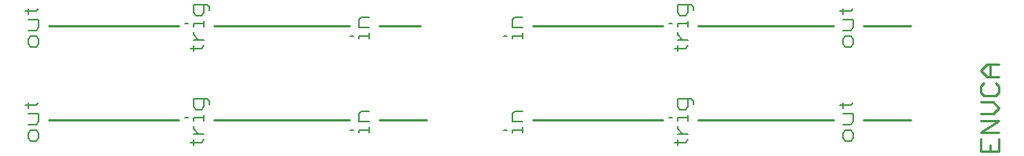
<source format=gto>
G75*
%MOIN*%
%OFA0B0*%
%FSLAX25Y25*%
%IPPOS*%
%LPD*%
%AMOC8*
5,1,8,0,0,1.08239X$1,22.5*
%
%ADD10C,0.00800*%
%ADD11C,0.00900*%
%ADD12C,0.01000*%
D10*
X0177796Y0093253D02*
X0177796Y0095522D01*
X0176662Y0094387D02*
X0181199Y0094387D01*
X0182333Y0095522D01*
X0182333Y0097918D02*
X0177796Y0097918D01*
X0180064Y0097918D02*
X0177796Y0100187D01*
X0177796Y0101321D01*
X0177796Y0103750D02*
X0177796Y0104884D01*
X0182333Y0104884D01*
X0182333Y0103750D02*
X0182333Y0106019D01*
X0181199Y0108415D02*
X0182333Y0109550D01*
X0182333Y0112952D01*
X0183467Y0112952D02*
X0177796Y0112952D01*
X0177796Y0109550D01*
X0178930Y0108415D01*
X0181199Y0108415D01*
X0184602Y0110684D02*
X0184602Y0111818D01*
X0183467Y0112952D01*
X0175527Y0104884D02*
X0174393Y0104884D01*
X0112333Y0106538D02*
X0112333Y0103135D01*
X0111199Y0102000D01*
X0107796Y0102000D01*
X0108930Y0099540D02*
X0107796Y0098405D01*
X0107796Y0096137D01*
X0108930Y0095002D01*
X0111199Y0095002D01*
X0112333Y0096137D01*
X0112333Y0098405D01*
X0111199Y0099540D01*
X0108930Y0099540D01*
X0107796Y0106538D02*
X0112333Y0106538D01*
X0107796Y0108998D02*
X0107796Y0111267D01*
X0106662Y0110133D02*
X0111199Y0110133D01*
X0112333Y0111267D01*
X0177796Y0133253D02*
X0177796Y0135522D01*
X0176662Y0134387D02*
X0181199Y0134387D01*
X0182333Y0135522D01*
X0182333Y0137918D02*
X0177796Y0137918D01*
X0180064Y0137918D02*
X0177796Y0140187D01*
X0177796Y0141321D01*
X0177796Y0143750D02*
X0177796Y0144884D01*
X0182333Y0144884D01*
X0182333Y0143750D02*
X0182333Y0146019D01*
X0181199Y0148415D02*
X0182333Y0149550D01*
X0182333Y0152952D01*
X0183467Y0152952D02*
X0177796Y0152952D01*
X0177796Y0149550D01*
X0178930Y0148415D01*
X0181199Y0148415D01*
X0184602Y0150684D02*
X0184602Y0151818D01*
X0183467Y0152952D01*
X0175527Y0144884D02*
X0174393Y0144884D01*
X0112333Y0146538D02*
X0112333Y0143135D01*
X0111199Y0142000D01*
X0107796Y0142000D01*
X0108930Y0139540D02*
X0107796Y0138405D01*
X0107796Y0136137D01*
X0108930Y0135002D01*
X0111199Y0135002D01*
X0112333Y0136137D01*
X0112333Y0138405D01*
X0111199Y0139540D01*
X0108930Y0139540D01*
X0107796Y0146538D02*
X0112333Y0146538D01*
X0111199Y0150133D02*
X0106662Y0150133D01*
X0107796Y0151267D02*
X0107796Y0148998D01*
X0111199Y0150133D02*
X0112333Y0151267D01*
X0244393Y0139636D02*
X0245527Y0139636D01*
X0247796Y0139636D02*
X0252333Y0139636D01*
X0252333Y0140770D02*
X0252333Y0138501D01*
X0247796Y0138501D02*
X0247796Y0139636D01*
X0247796Y0143167D02*
X0247796Y0146570D01*
X0248930Y0147704D01*
X0252333Y0147704D01*
X0252333Y0143167D02*
X0247796Y0143167D01*
X0309393Y0139636D02*
X0310527Y0139636D01*
X0312796Y0139636D02*
X0317333Y0139636D01*
X0317333Y0140770D02*
X0317333Y0138501D01*
X0312796Y0138501D02*
X0312796Y0139636D01*
X0312796Y0143167D02*
X0312796Y0146570D01*
X0313930Y0147704D01*
X0317333Y0147704D01*
X0317333Y0143167D02*
X0312796Y0143167D01*
X0379393Y0144884D02*
X0380527Y0144884D01*
X0382796Y0144884D02*
X0382796Y0143750D01*
X0382796Y0144884D02*
X0387333Y0144884D01*
X0387333Y0143750D02*
X0387333Y0146019D01*
X0386199Y0148415D02*
X0387333Y0149550D01*
X0387333Y0152952D01*
X0388467Y0152952D02*
X0382796Y0152952D01*
X0382796Y0149550D01*
X0383930Y0148415D01*
X0386199Y0148415D01*
X0389602Y0150684D02*
X0389602Y0151818D01*
X0388467Y0152952D01*
X0382796Y0141321D02*
X0382796Y0140187D01*
X0385064Y0137918D01*
X0382796Y0137918D02*
X0387333Y0137918D01*
X0387333Y0135522D02*
X0386199Y0134387D01*
X0381662Y0134387D01*
X0382796Y0133253D02*
X0382796Y0135522D01*
X0451662Y0150133D02*
X0456199Y0150133D01*
X0457333Y0151267D01*
X0452796Y0151267D02*
X0452796Y0148998D01*
X0452796Y0146538D02*
X0457333Y0146538D01*
X0457333Y0143135D01*
X0456199Y0142000D01*
X0452796Y0142000D01*
X0453930Y0139540D02*
X0452796Y0138405D01*
X0452796Y0136137D01*
X0453930Y0135002D01*
X0456199Y0135002D01*
X0457333Y0136137D01*
X0457333Y0138405D01*
X0456199Y0139540D01*
X0453930Y0139540D01*
X0389602Y0111818D02*
X0388467Y0112952D01*
X0382796Y0112952D01*
X0382796Y0109550D01*
X0383930Y0108415D01*
X0386199Y0108415D01*
X0387333Y0109550D01*
X0387333Y0112952D01*
X0389602Y0111818D02*
X0389602Y0110684D01*
X0387333Y0106019D02*
X0387333Y0103750D01*
X0387333Y0104884D02*
X0382796Y0104884D01*
X0382796Y0103750D01*
X0382796Y0101321D02*
X0382796Y0100187D01*
X0385064Y0097918D01*
X0382796Y0097918D02*
X0387333Y0097918D01*
X0387333Y0095522D02*
X0386199Y0094387D01*
X0381662Y0094387D01*
X0382796Y0093253D02*
X0382796Y0095522D01*
X0380527Y0104884D02*
X0379393Y0104884D01*
X0317333Y0103167D02*
X0312796Y0103167D01*
X0312796Y0106570D01*
X0313930Y0107704D01*
X0317333Y0107704D01*
X0317333Y0100770D02*
X0317333Y0098501D01*
X0317333Y0099636D02*
X0312796Y0099636D01*
X0312796Y0098501D01*
X0310527Y0099636D02*
X0309393Y0099636D01*
X0252333Y0099636D02*
X0247796Y0099636D01*
X0247796Y0098501D01*
X0245527Y0099636D02*
X0244393Y0099636D01*
X0252333Y0098501D02*
X0252333Y0100770D01*
X0252333Y0103167D02*
X0247796Y0103167D01*
X0247796Y0106570D01*
X0248930Y0107704D01*
X0252333Y0107704D01*
X0451662Y0110133D02*
X0456199Y0110133D01*
X0457333Y0111267D01*
X0452796Y0111267D02*
X0452796Y0108998D01*
X0452796Y0106538D02*
X0457333Y0106538D01*
X0457333Y0103135D01*
X0456199Y0102000D01*
X0452796Y0102000D01*
X0453930Y0099540D02*
X0452796Y0098405D01*
X0452796Y0096137D01*
X0453930Y0095002D01*
X0456199Y0095002D01*
X0457333Y0096137D01*
X0457333Y0098405D01*
X0456199Y0099540D01*
X0453930Y0099540D01*
D11*
X0511326Y0098552D02*
X0519033Y0103690D01*
X0511326Y0103690D01*
X0511326Y0106471D02*
X0516464Y0106471D01*
X0519033Y0109039D01*
X0516464Y0111608D01*
X0511326Y0111608D01*
X0512611Y0114389D02*
X0511326Y0115674D01*
X0511326Y0118243D01*
X0512611Y0119527D01*
X0513895Y0122308D02*
X0511326Y0124877D01*
X0513895Y0127446D01*
X0519033Y0127446D01*
X0515180Y0127446D02*
X0515180Y0122308D01*
X0513895Y0122308D02*
X0519033Y0122308D01*
X0517749Y0119527D02*
X0519033Y0118243D01*
X0519033Y0115674D01*
X0517749Y0114389D01*
X0512611Y0114389D01*
X0511326Y0098552D02*
X0519033Y0098552D01*
X0519033Y0095771D02*
X0519033Y0090633D01*
X0511326Y0090633D01*
X0511326Y0095771D01*
X0515180Y0093202D02*
X0515180Y0090633D01*
D12*
X0481433Y0103933D02*
X0461433Y0103933D01*
X0448933Y0103933D02*
X0391433Y0103933D01*
X0376433Y0103933D02*
X0321433Y0103933D01*
X0276433Y0103933D02*
X0256433Y0103933D01*
X0243933Y0103933D02*
X0186433Y0103933D01*
X0171433Y0103933D02*
X0116433Y0103933D01*
X0116433Y0143933D02*
X0171433Y0143933D01*
X0186433Y0143933D02*
X0243933Y0143933D01*
X0256433Y0143933D02*
X0273933Y0143933D01*
X0321433Y0143933D02*
X0376433Y0143933D01*
X0391433Y0143933D02*
X0448933Y0143933D01*
X0461433Y0143933D02*
X0481433Y0143933D01*
M02*

</source>
